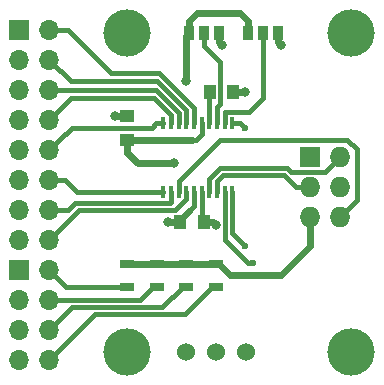
<source format=gbr>
G04 #@! TF.FileFunction,Copper,L1,Top,Signal*
%FSLAX46Y46*%
G04 Gerber Fmt 4.6, Leading zero omitted, Abs format (unit mm)*
G04 Created by KiCad (PCBNEW 4.0.7-e2-6376~58~ubuntu16.04.1) date Mon Jan  7 01:20:08 2019*
%MOMM*%
%LPD*%
G01*
G04 APERTURE LIST*
%ADD10C,0.100000*%
%ADD11R,1.000000X1.250000*%
%ADD12R,1.250000X1.000000*%
%ADD13R,0.970000X1.270000*%
%ADD14R,1.700000X1.700000*%
%ADD15O,1.700000X1.700000*%
%ADD16R,1.300000X0.700000*%
%ADD17R,0.400000X1.000000*%
%ADD18R,1.727200X1.727200*%
%ADD19O,1.727200X1.727200*%
%ADD20C,1.524000*%
%ADD21C,4.000000*%
%ADD22C,0.800000*%
%ADD23C,0.600000*%
%ADD24C,0.400000*%
%ADD25C,0.600000*%
G04 APERTURE END LIST*
D10*
D11*
X180500000Y-98000000D03*
X182500000Y-98000000D03*
X180000000Y-109000000D03*
X178000000Y-109000000D03*
D12*
X173500000Y-100000000D03*
X173500000Y-102000000D03*
D13*
X186270000Y-93000000D03*
X185000000Y-93000000D03*
X183730000Y-93000000D03*
X181270000Y-93000000D03*
X180000000Y-93000000D03*
X178730000Y-93000000D03*
D14*
X164370000Y-92710000D03*
D15*
X166910000Y-92710000D03*
X164370000Y-95250000D03*
X166910000Y-95250000D03*
X164370000Y-97790000D03*
X166910000Y-97790000D03*
X164370000Y-100330000D03*
X166910000Y-100330000D03*
X164370000Y-102870000D03*
X166910000Y-102870000D03*
X164370000Y-105410000D03*
X166910000Y-105410000D03*
X164370000Y-107950000D03*
X166910000Y-107950000D03*
X164370000Y-110490000D03*
X166910000Y-110490000D03*
D14*
X164370000Y-113030000D03*
D15*
X166910000Y-113030000D03*
X164370000Y-115570000D03*
X166910000Y-115570000D03*
X164370000Y-118110000D03*
X166910000Y-118110000D03*
X164370000Y-120650000D03*
X166910000Y-120650000D03*
D16*
X173500000Y-114450000D03*
X173500000Y-112550000D03*
X176000000Y-114450000D03*
X176000000Y-112550000D03*
X178500000Y-114450000D03*
X178500000Y-112550000D03*
X181000000Y-114450000D03*
X181000000Y-112550000D03*
D17*
X182425000Y-100600000D03*
X181775000Y-100600000D03*
X181125000Y-100600000D03*
X180475000Y-100600000D03*
X179825000Y-100600000D03*
X179175000Y-100600000D03*
X178525000Y-100600000D03*
X177875000Y-100600000D03*
X177225000Y-100600000D03*
X176575000Y-100600000D03*
X176575000Y-106400000D03*
X177225000Y-106400000D03*
X177875000Y-106400000D03*
X178525000Y-106400000D03*
X179175000Y-106400000D03*
X179825000Y-106400000D03*
X180475000Y-106400000D03*
X181125000Y-106400000D03*
X181775000Y-106400000D03*
X182425000Y-106400000D03*
D18*
X189000000Y-103460000D03*
D19*
X191540000Y-103460000D03*
X189000000Y-106000000D03*
X191540000Y-106000000D03*
X189000000Y-108540000D03*
X191540000Y-108540000D03*
D20*
X183580000Y-120000000D03*
X181040000Y-120000000D03*
X178500000Y-120000000D03*
D21*
X173500000Y-120000000D03*
X192500000Y-120000000D03*
X173500000Y-93000000D03*
X192500000Y-93000000D03*
D22*
X177000000Y-109000000D03*
D23*
X183500000Y-101000000D03*
D22*
X186500000Y-94000000D03*
X181500000Y-94000000D03*
X172500000Y-100000000D03*
X183500000Y-98000000D03*
X181000000Y-109198517D03*
X178500000Y-97000000D03*
X177500000Y-104000000D03*
D23*
X184200010Y-112449990D03*
X183500000Y-111000000D03*
D24*
X180475000Y-100600000D02*
X180475000Y-98025000D01*
X180475000Y-98025000D02*
X180500000Y-98000000D01*
X179175000Y-107589588D02*
X178727813Y-108036775D01*
X179175000Y-107521569D02*
X179175000Y-107589588D01*
X179175000Y-106400000D02*
X179175000Y-107521569D01*
D25*
X178000000Y-109000000D02*
X178000000Y-108764588D01*
X178000000Y-108764588D02*
X178727813Y-108036775D01*
X178000000Y-109000000D02*
X177000000Y-109000000D01*
D24*
X183100000Y-100600000D02*
X183500000Y-101000000D01*
X182425000Y-100600000D02*
X183100000Y-100600000D01*
D25*
X186270000Y-93770000D02*
X186500000Y-94000000D01*
X186270000Y-93000000D02*
X186270000Y-93770000D01*
X181270000Y-93770000D02*
X181500000Y-94000000D01*
X181270000Y-93000000D02*
X181270000Y-93770000D01*
X173500000Y-100000000D02*
X172500000Y-100000000D01*
X182500000Y-98000000D02*
X183500000Y-98000000D01*
D24*
X179825000Y-106400000D02*
X179825000Y-108825000D01*
X179825000Y-108825000D02*
X180000000Y-109000000D01*
D25*
X180000000Y-109000000D02*
X180801483Y-109000000D01*
X180801483Y-109000000D02*
X181000000Y-109198517D01*
X178500000Y-97000000D02*
X178500000Y-93230000D01*
X178500000Y-93230000D02*
X178730000Y-93000000D01*
X174400000Y-104000000D02*
X177500000Y-104000000D01*
X173500000Y-102000000D02*
X173500000Y-103100000D01*
X173500000Y-103100000D02*
X174400000Y-104000000D01*
D24*
X179000000Y-102000000D02*
X179325000Y-102000000D01*
X179325000Y-102000000D02*
X179825000Y-101500000D01*
X179825000Y-101500000D02*
X179825000Y-100600000D01*
D25*
X174725000Y-102000000D02*
X179000000Y-102000000D01*
X173500000Y-102000000D02*
X174725000Y-102000000D01*
X183730000Y-93000000D02*
X183730000Y-91930692D01*
X183730000Y-91930692D02*
X183052416Y-91253108D01*
X183052416Y-91253108D02*
X179454467Y-91253108D01*
X179454467Y-91253108D02*
X178730000Y-91977575D01*
X178730000Y-91977575D02*
X178730000Y-93000000D01*
D24*
X183800001Y-99699999D02*
X185000000Y-98500000D01*
X185000000Y-98500000D02*
X185000000Y-93000000D01*
X181775000Y-100600000D02*
X181775001Y-99699999D01*
X181775001Y-99699999D02*
X183800001Y-99699999D01*
X181125000Y-100600000D02*
X181125000Y-99220002D01*
X181125000Y-99220002D02*
X181400001Y-98945001D01*
X181400001Y-98945001D02*
X181400001Y-95435001D01*
X181400001Y-95435001D02*
X180000000Y-94035000D01*
X180000000Y-94035000D02*
X180000000Y-93000000D01*
X179175000Y-100600000D02*
X179175000Y-99326458D01*
X176230481Y-96381939D02*
X172135707Y-96381939D01*
X179175000Y-99326458D02*
X176230481Y-96381939D01*
X172135707Y-96381939D02*
X168463768Y-92710000D01*
X168463768Y-92710000D02*
X166910000Y-92710000D01*
X166910000Y-93156232D02*
X166910000Y-92710000D01*
X178525000Y-100600000D02*
X178525000Y-99525000D01*
X178525000Y-99525000D02*
X176061521Y-97061521D01*
X176061521Y-97061521D02*
X168721521Y-97061521D01*
X168721521Y-97061521D02*
X166910000Y-95250000D01*
X177875000Y-100600000D02*
X177875000Y-99723542D01*
X177875000Y-99723542D02*
X175941458Y-97790000D01*
X175941458Y-97790000D02*
X168112081Y-97790000D01*
X168112081Y-97790000D02*
X166910000Y-97790000D01*
X177225000Y-100600000D02*
X177225000Y-99922084D01*
X168728648Y-98511352D02*
X167759999Y-99480001D01*
X177225000Y-99922084D02*
X175814268Y-98511352D01*
X175814268Y-98511352D02*
X168728648Y-98511352D01*
X167759999Y-99480001D02*
X166910000Y-100330000D01*
X176575000Y-100600000D02*
X175975000Y-100600000D01*
X175975000Y-100600000D02*
X175594240Y-100980760D01*
X175594240Y-100980760D02*
X168799240Y-100980760D01*
X168799240Y-100980760D02*
X167759999Y-102020001D01*
X167759999Y-102020001D02*
X166910000Y-102870000D01*
X176575000Y-106400000D02*
X169271006Y-106400000D01*
X169271006Y-106400000D02*
X168281006Y-105410000D01*
X168281006Y-105410000D02*
X166910000Y-105410000D01*
X177225000Y-106400000D02*
X177225000Y-107300000D01*
X177225000Y-107300000D02*
X177158624Y-107366376D01*
X177158624Y-107366376D02*
X169120426Y-107366376D01*
X169120426Y-107366376D02*
X168536802Y-107950000D01*
X168536802Y-107950000D02*
X166910000Y-107950000D01*
X178525000Y-106400000D02*
X178525000Y-107043919D01*
X178525000Y-107043919D02*
X177602532Y-107966387D01*
X177602532Y-107966387D02*
X169433613Y-107966387D01*
X169433613Y-107966387D02*
X167759999Y-109640001D01*
X167759999Y-109640001D02*
X166910000Y-110490000D01*
X173500000Y-114450000D02*
X168330000Y-114450000D01*
X168330000Y-114450000D02*
X166910000Y-113030000D01*
X174580000Y-115570000D02*
X168112081Y-115570000D01*
X175700000Y-114450000D02*
X174580000Y-115570000D01*
X168112081Y-115570000D02*
X166910000Y-115570000D01*
X176000000Y-114450000D02*
X175700000Y-114450000D01*
X178500000Y-114450000D02*
X178200000Y-114450000D01*
X168849989Y-116170011D02*
X167759999Y-117260001D01*
X178200000Y-114450000D02*
X176479989Y-116170011D01*
X167759999Y-117260001D02*
X166910000Y-118110000D01*
X176479989Y-116170011D02*
X168849989Y-116170011D01*
X167759999Y-119800001D02*
X166910000Y-120650000D01*
X178379978Y-116770022D02*
X170789978Y-116770022D01*
X180700000Y-114450000D02*
X178379978Y-116770022D01*
X170789978Y-116770022D02*
X167759999Y-119800001D01*
X181000000Y-114450000D02*
X180700000Y-114450000D01*
X166910000Y-120650000D02*
X166475315Y-120650000D01*
D25*
X181000000Y-112550000D02*
X181300000Y-112550000D01*
X181300000Y-112550000D02*
X182250000Y-113500000D01*
X182250000Y-113500000D02*
X186500000Y-113500000D01*
X186500000Y-113500000D02*
X189000000Y-111000000D01*
X189000000Y-111000000D02*
X189000000Y-108540000D01*
X178500000Y-112550000D02*
X181000000Y-112550000D01*
X176000000Y-112550000D02*
X178500000Y-112550000D01*
X173500000Y-112550000D02*
X176000000Y-112550000D01*
D24*
X177875000Y-106400000D02*
X177875000Y-105500000D01*
X177875000Y-105500000D02*
X181366562Y-102008438D01*
X181366562Y-102008438D02*
X192164919Y-102008438D01*
X192164919Y-102008438D02*
X192932796Y-102776315D01*
X192932796Y-102776315D02*
X192932796Y-107147204D01*
X192932796Y-107147204D02*
X192403599Y-107676401D01*
X192403599Y-107676401D02*
X191540000Y-108540000D01*
X190676401Y-104323599D02*
X191540000Y-103460000D01*
X187393272Y-104723601D02*
X190276399Y-104723601D01*
X190276399Y-104723601D02*
X190676401Y-104323599D01*
X180475000Y-106400000D02*
X180475000Y-105301457D01*
X180475000Y-105301457D02*
X181376468Y-104399989D01*
X181376468Y-104399989D02*
X187069660Y-104399989D01*
X187069660Y-104399989D02*
X187393272Y-104723601D01*
X181125000Y-106400000D02*
X181125001Y-105499999D01*
X186778686Y-105000000D02*
X187778686Y-106000000D01*
X181125001Y-105499999D02*
X181625000Y-105000000D01*
X181625000Y-105000000D02*
X186778686Y-105000000D01*
X187778686Y-106000000D02*
X189000000Y-106000000D01*
X181800001Y-110474245D02*
X183775746Y-112449990D01*
X181800001Y-107325001D02*
X181800001Y-110474245D01*
X181775000Y-107300000D02*
X181800001Y-107325001D01*
X181775000Y-106400000D02*
X181775000Y-107300000D01*
X183775746Y-112449990D02*
X184200010Y-112449990D01*
X182425000Y-106400000D02*
X182425000Y-109925000D01*
X182425000Y-109925000D02*
X183500000Y-111000000D01*
M02*

</source>
